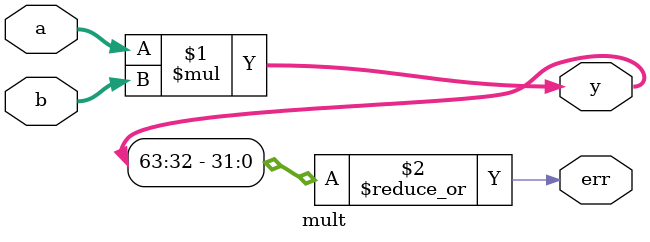
<source format=v>
module mult(
	input	[31:0] a, b,
	output	[63:0] y,
	output         err);
	
	assign y = a * b;
	assign err = | y[63:32];
endmodule

</source>
